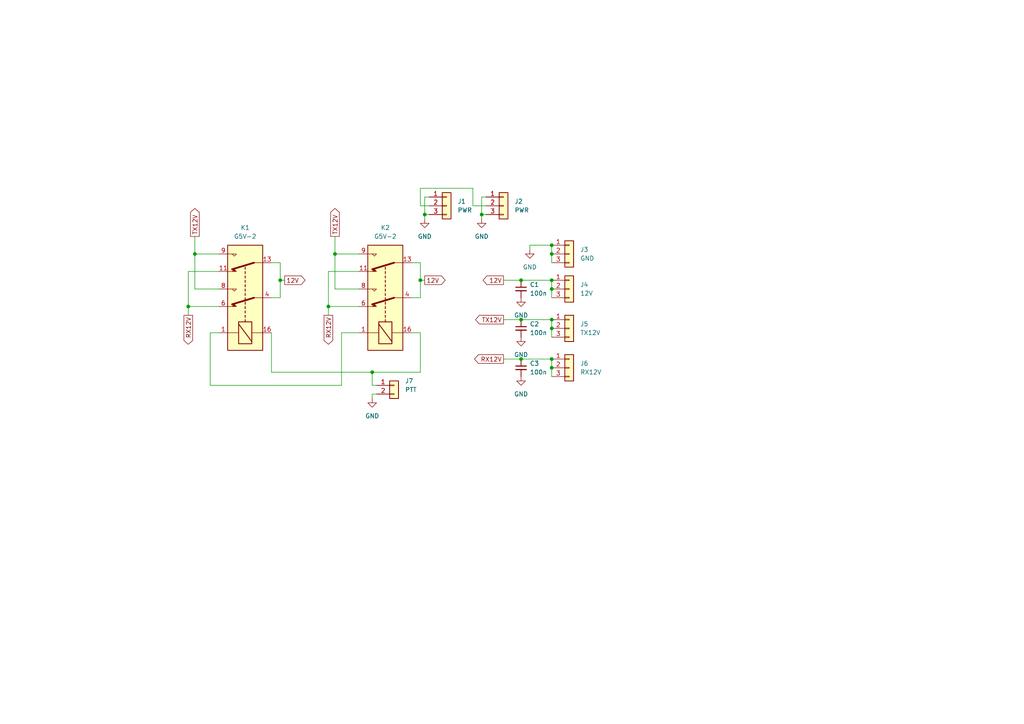
<source format=kicad_sch>
(kicad_sch (version 20211123) (generator eeschema)
  (paper "A4")
  (lib_symbols
    (symbol "Connector_Generic:Conn_01x02" (pin_names (offset 1.016) hide)
      (property "Reference" "J" (at 0 2.54 0))
      (property "Value" "Conn_01x02" (at 0 -5.08 0))
      (symbol "Conn_01x02_1_1"
        (rectangle (start -1.27 -2.413) (end 0 -2.667) (stroke (width 0.1524)))
        (rectangle (start -1.27 0.127) (end 0 -0.127) (stroke (width 0.1524)))
        (rectangle (start -1.27 1.27) (end 1.27 -3.81) (stroke (width 0.254)) (fill (type background)))
        (pin passive line (at -5.08 0 0) (length 3.81) (name "Pin_1") (number "1"))
        (pin passive line (at -5.08 -2.54 0) (length 3.81) (name "Pin_2") (number "2"))
      )
    )
    (symbol "Connector_Generic:Conn_01x03" (pin_names (offset 1.016) hide)
      (property "Reference" "J" (at 0 5.08 0))
      (property "Value" "Conn_01x03" (at 0 -5.08 0))
      (symbol "Conn_01x03_1_1"
        (rectangle (start -1.27 -2.413) (end 0 -2.667) (stroke (width 0.1524)))
        (rectangle (start -1.27 0.127) (end 0 -0.127) (stroke (width 0.1524)))
        (rectangle (start -1.27 2.667) (end 0 2.413) (stroke (width 0.1524)))
        (rectangle (start -1.27 3.81) (end 1.27 -3.81) (stroke (width 0.254)) (fill (type background)))
        (pin passive line (at -5.08 2.54 0) (length 3.81) (name "Pin_1") (number "1"))
        (pin passive line (at -5.08 0 0) (length 3.81) (name "Pin_2") (number "2"))
        (pin passive line (at -5.08 -2.54 0) (length 3.81) (name "Pin_3") (number "3"))
      )
    )
    (symbol "Device:C_Small" (pin_numbers hide) (pin_names (offset 0.254) hide)
      (property "Reference" "C" (at 0.254 1.778 0))
      (property "Value" "C_Small" (at 0.254 -2.032 0))
      (symbol "C_Small_0_1"
        (polyline (pts (xy -1.524 -0.508) (xy 1.524 -0.508)) (stroke (width 0.3302)))
        (polyline (pts (xy -1.524 0.508) (xy 1.524 0.508)) (stroke (width 0.3048)))
      )
      (symbol "C_Small_1_1"
        (pin passive line (at 0 2.54 270) (length 2.032) (name "~") (number "1"))
        (pin passive line (at 0 -2.54 90) (length 2.032) (name "~") (number "2"))
      )
    )
    (symbol "Relay:G5V-2"
      (property "Reference" "K" (at 16.51 3.81 0))
      (property "Value" "G5V-2" (at 16.51 1.27 0))
      (symbol "G5V-2_0_1"
        (rectangle (start -15.24 5.08) (end 15.24 -5.08) (stroke (width 0.254)) (fill (type background)))
        (rectangle (start -13.335 1.905) (end -6.985 -1.905) (stroke (width 0.254)))
        (polyline (pts (xy -12.7 -1.905) (xy -7.62 1.905)) (stroke (width 0.254)))
        (polyline (pts (xy -10.16 -5.08) (xy -10.16 -1.905)))
        (polyline (pts (xy -10.16 5.08) (xy -10.16 1.905)))
        (polyline (pts (xy -6.985 0) (xy -6.35 0)) (stroke (width 0.254)))
        (polyline (pts (xy -5.715 0) (xy -5.08 0)) (stroke (width 0.254)))
        (polyline (pts (xy -4.445 0) (xy -3.81 0)) (stroke (width 0.254)))
        (polyline (pts (xy -3.175 0) (xy -2.54 0)) (stroke (width 0.254)))
        (polyline (pts (xy -1.905 0) (xy -1.27 0)) (stroke (width 0.254)))
        (polyline (pts (xy -0.635 0) (xy 0 0)) (stroke (width 0.254)))
        (polyline (pts (xy 0 -2.54) (xy -1.905 3.81)) (stroke (width 0.508)))
        (polyline (pts (xy 0 -2.54) (xy 0 -5.08)))
        (polyline (pts (xy 0.635 0) (xy 1.27 0)) (stroke (width 0.254)))
        (polyline (pts (xy 1.905 0) (xy 2.54 0)) (stroke (width 0.254)))
        (polyline (pts (xy 3.175 0) (xy 3.81 0)) (stroke (width 0.254)))
        (polyline (pts (xy 4.445 0) (xy 5.08 0)) (stroke (width 0.254)))
        (polyline (pts (xy 5.715 0) (xy 6.35 0)) (stroke (width 0.254)))
        (polyline (pts (xy 6.985 0) (xy 7.62 0)) (stroke (width 0.254)))
        (polyline (pts (xy 8.255 0) (xy 8.89 0)) (stroke (width 0.254)))
        (polyline (pts (xy 10.16 -2.54) (xy 8.255 3.81)) (stroke (width 0.508)))
        (polyline (pts (xy 10.16 -2.54) (xy 10.16 -5.08)))
        (polyline (pts (xy -2.54 5.08) (xy -2.54 2.54) (xy -1.905 3.175) (xy -2.54 3.81)) (fill (type outline)))
        (polyline (pts (xy 2.54 5.08) (xy 2.54 2.54) (xy 1.905 3.175) (xy 2.54 3.81)))
        (polyline (pts (xy 7.62 5.08) (xy 7.62 2.54) (xy 8.255 3.175) (xy 7.62 3.81)) (fill (type outline)))
        (polyline (pts (xy 12.7 5.08) (xy 12.7 2.54) (xy 12.065 3.175) (xy 12.7 3.81)))
      )
      (symbol "G5V-2_1_1"
        (pin passive line (at -10.16 7.62 270) (length 2.54) (name "~") (number "1"))
        (pin passive line (at 7.62 7.62 270) (length 2.54) (name "~") (number "11"))
        (pin passive line (at 10.16 -7.62 90) (length 2.54) (name "~") (number "13"))
        (pin passive line (at -10.16 -7.62 90) (length 2.54) (name "~") (number "16"))
        (pin passive line (at 0 -7.62 90) (length 2.54) (name "~") (number "4"))
        (pin passive line (at -2.54 7.62 270) (length 2.54) (name "~") (number "6"))
        (pin passive line (at 2.54 7.62 270) (length 2.54) (name "~") (number "8"))
        (pin passive line (at 12.7 7.62 270) (length 2.54) (name "~") (number "9"))
      )
    )
    (symbol "power:GND" (power) (pin_names (offset 0))
      (property "Value" "GND" (at 0 -3.81 0))
      (symbol "GND_0_1"
        (polyline (pts (xy 0 0) (xy 0 -1.27) (xy 1.27 -1.27) (xy 0 -2.54) (xy -1.27 -1.27) (xy 0 -1.27)))
      )
      (symbol "GND_1_1"
        (pin power_in line (at 0 0 270) (length 0) hide (name "GND") (number "1"))
      )
    )
  )
  (junction (at 107.95 107.95))
  (junction (at 97.155 73.66))
  (junction (at 151.13 104.14))
  (junction (at 151.13 81.28))
  (junction (at 95.25 88.9))
  (junction (at 160.02 71.12))
  (junction (at 160.02 92.71))
  (junction (at 56.515 73.66))
  (junction (at 160.02 95.25))
  (junction (at 160.02 81.28))
  (junction (at 123.19 62.23))
  (junction (at 160.02 83.82))
  (junction (at 160.02 104.14))
  (junction (at 81.28 81.28))
  (junction (at 151.13 92.71))
  (junction (at 139.7 62.23))
  (junction (at 121.92 81.28))
  (junction (at 160.02 106.68))
  (junction (at 54.61 88.9))
  (junction (at 160.02 73.66))
  (wire (pts (xy 104.14 78.74) (xy 95.25 78.74)))
  (wire (pts (xy 56.515 73.66) (xy 63.5 73.66)))
  (wire (pts (xy 140.97 57.15) (xy 139.7 57.15)))
  (wire (pts (xy 121.92 76.2) (xy 121.92 81.28)))
  (wire (pts (xy 107.95 107.95) (xy 107.95 111.76)))
  (wire (pts (xy 81.28 76.2) (xy 81.28 81.28)))
  (wire (pts (xy 97.155 83.82) (xy 97.155 73.66)))
  (wire (pts (xy 160.02 92.71) (xy 160.02 95.25)))
  (wire (pts (xy 140.97 62.23) (xy 139.7 62.23)))
  (wire (pts (xy 160.02 73.66) (xy 160.02 76.2)))
  (wire (pts (xy 124.46 57.15) (xy 123.19 57.15)))
  (wire (pts (xy 137.16 54.61) (xy 121.92 54.61)))
  (wire (pts (xy 151.13 81.28) (xy 160.02 81.28)))
  (wire (pts (xy 153.67 71.12) (xy 153.67 72.39)))
  (wire (pts (xy 139.7 57.15) (xy 139.7 62.23)))
  (wire (pts (xy 160.02 71.12) (xy 160.02 73.66)))
  (wire (pts (xy 119.38 86.36) (xy 121.92 86.36)))
  (wire (pts (xy 121.92 107.95) (xy 121.92 96.52)))
  (wire (pts (xy 104.14 96.52) (xy 99.06 96.52)))
  (wire (pts (xy 107.95 111.76) (xy 109.22 111.76)))
  (wire (pts (xy 160.02 104.14) (xy 160.02 106.68)))
  (wire (pts (xy 78.74 86.36) (xy 81.28 86.36)))
  (wire (pts (xy 99.06 96.52) (xy 99.06 111.76)))
  (wire (pts (xy 123.19 62.23) (xy 123.19 63.5)))
  (wire (pts (xy 146.05 81.28) (xy 151.13 81.28)))
  (wire (pts (xy 137.16 59.69) (xy 137.16 54.61)))
  (wire (pts (xy 160.02 83.82) (xy 160.02 86.36)))
  (wire (pts (xy 97.155 73.66) (xy 97.155 68.58)))
  (wire (pts (xy 63.5 88.9) (xy 54.61 88.9)))
  (wire (pts (xy 63.5 83.82) (xy 56.515 83.82)))
  (wire (pts (xy 160.02 95.25) (xy 160.02 97.79)))
  (wire (pts (xy 121.92 81.28) (xy 121.92 86.36)))
  (wire (pts (xy 160.02 71.12) (xy 153.67 71.12)))
  (wire (pts (xy 56.515 83.82) (xy 56.515 73.66)))
  (wire (pts (xy 56.515 73.66) (xy 56.515 68.58)))
  (wire (pts (xy 99.06 111.76) (xy 60.96 111.76)))
  (wire (pts (xy 123.19 81.28) (xy 121.92 81.28)))
  (wire (pts (xy 139.7 62.23) (xy 139.7 63.5)))
  (wire (pts (xy 146.05 92.71) (xy 151.13 92.71)))
  (wire (pts (xy 107.95 107.95) (xy 121.92 107.95)))
  (wire (pts (xy 123.19 57.15) (xy 123.19 62.23)))
  (wire (pts (xy 119.38 76.2) (xy 121.92 76.2)))
  (wire (pts (xy 78.74 107.95) (xy 107.95 107.95)))
  (wire (pts (xy 95.25 88.9) (xy 95.25 91.44)))
  (wire (pts (xy 146.05 104.14) (xy 151.13 104.14)))
  (wire (pts (xy 78.74 96.52) (xy 78.74 107.95)))
  (wire (pts (xy 124.46 62.23) (xy 123.19 62.23)))
  (wire (pts (xy 82.55 81.28) (xy 81.28 81.28)))
  (wire (pts (xy 140.97 59.69) (xy 137.16 59.69)))
  (wire (pts (xy 60.96 96.52) (xy 63.5 96.52)))
  (wire (pts (xy 63.5 78.74) (xy 54.61 78.74)))
  (wire (pts (xy 54.61 78.74) (xy 54.61 88.9)))
  (wire (pts (xy 151.13 92.71) (xy 160.02 92.71)))
  (wire (pts (xy 104.14 88.9) (xy 95.25 88.9)))
  (wire (pts (xy 160.02 81.28) (xy 160.02 83.82)))
  (wire (pts (xy 60.96 111.76) (xy 60.96 96.52)))
  (wire (pts (xy 81.28 81.28) (xy 81.28 86.36)))
  (wire (pts (xy 151.13 104.14) (xy 160.02 104.14)))
  (wire (pts (xy 121.92 59.69) (xy 124.46 59.69)))
  (wire (pts (xy 160.02 106.68) (xy 160.02 109.22)))
  (wire (pts (xy 95.25 78.74) (xy 95.25 88.9)))
  (wire (pts (xy 121.92 54.61) (xy 121.92 59.69)))
  (wire (pts (xy 107.95 114.3) (xy 107.95 115.57)))
  (wire (pts (xy 109.22 114.3) (xy 107.95 114.3)))
  (wire (pts (xy 78.74 76.2) (xy 81.28 76.2)))
  (wire (pts (xy 104.14 83.82) (xy 97.155 83.82)))
  (wire (pts (xy 121.92 96.52) (xy 119.38 96.52)))
  (wire (pts (xy 54.61 88.9) (xy 54.61 91.44)))
  (wire (pts (xy 97.155 73.66) (xy 104.14 73.66)))
  (global_label "12V" (shape output) (at 146.05 81.28 180) (property "Intersheet References" "${INTERSHEET_REFS}" (effects hide)))
  (global_label "TX12V" (shape output) (at 97.155 68.58 90) (property "Intersheet References" "${INTERSHEET_REFS}" (effects hide)))
  (global_label "RX12V" (shape output) (at 146.05 104.14 180) (property "Intersheet References" "${INTERSHEET_REFS}" (effects hide)))
  (global_label "RX12V" (shape output) (at 95.25 91.44 270) (property "Intersheet References" "${INTERSHEET_REFS}" (effects hide)))
  (global_label "RX12V" (shape output) (at 54.61 91.44 270) (property "Intersheet References" "${INTERSHEET_REFS}" (effects hide)))
  (global_label "TX12V" (shape output) (at 146.05 92.71 180) (property "Intersheet References" "${INTERSHEET_REFS}" (effects hide)))
  (global_label "12V" (shape output) (at 123.19 81.28 0) (property "Intersheet References" "${INTERSHEET_REFS}" (effects hide)))
  (global_label "TX12V" (shape output) (at 56.515 68.58 90) (property "Intersheet References" "${INTERSHEET_REFS}" (effects hide)))
  (global_label "12V" (shape output) (at 82.55 81.28 0) (property "Intersheet References" "${INTERSHEET_REFS}" (effects hide)))
  (symbol (lib_id "Device:C_Small") (at 151.13 95.25 0) (unit 1)
    (property "Reference" "C2" (at 153.67 93.9862 0) (effects (justify left)))
    (property "Value" "100n" (at 153.67 96.5262 0) (effects (justify left)))
    (property "Footprint" "Capacitor_SMD:C_1206_3216Metric" (effects hide))
  )
  (symbol (lib_id "power:GND") (at 139.7 63.5 0) (unit 1)
    (property "Reference" "#PWR02" (effects hide))
    (property "Value" "GND" (at 139.7 68.58 0))
  )
  (symbol (lib_id "power:GND") (at 123.19 63.5 0) (unit 1)
    (property "Reference" "#PWR01" (effects hide))
    (property "Value" "GND" (at 123.19 68.58 0))
  )
  (symbol (lib_id "Relay:G5V-2") (at 111.76 86.36 90) (unit 1)
    (property "Reference" "K2" (at 111.76 66.04 90))
    (property "Value" "G5V-2" (at 111.76 68.58 90))
    (property "Footprint" "Relay_THT:Relay_DPDT_Omron_G5V-2" (effects hide))
    (property "Datasheet" "http://omronfs.omron.com/en_US/ecb/products/pdf/en-g5v_2.pdf" (effects hide))
  )
  (symbol (lib_id "Connector_Generic:Conn_01x03") (at 165.1 83.82 0) (unit 1)
    (property "Reference" "J4" (at 168.275 82.5499 0) (effects (justify left)))
    (property "Value" "12V" (at 168.275 85.0899 0) (effects (justify left)))
    (property "Footprint" "Connector_PinHeader_2.54mm:PinHeader_1x03_P2.54mm_Vertical" (effects hide))
  )
  (symbol (lib_id "Connector_Generic:Conn_01x03") (at 165.1 73.66 0) (unit 1)
    (property "Reference" "J3" (at 168.275 72.3899 0) (effects (justify left)))
    (property "Value" "GND" (at 168.275 74.9299 0) (effects (justify left)))
    (property "Footprint" "Connector_PinHeader_2.54mm:PinHeader_1x03_P2.54mm_Vertical" (effects hide))
  )
  (symbol (lib_id "Connector_Generic:Conn_01x03") (at 129.54 59.69 0) (unit 1)
    (property "Reference" "J1" (at 132.715 58.4199 0) (effects (justify left)))
    (property "Value" "PWR" (at 132.715 60.9599 0) (effects (justify left)))
    (property "Footprint" "Connector_PinHeader_2.54mm:PinHeader_1x03_P2.54mm_Vertical" (effects hide))
  )
  (symbol (lib_id "Connector_Generic:Conn_01x02") (at 114.3 111.76 0) (unit 1)
    (property "Reference" "J7" (at 117.475 110.4899 0) (effects (justify left)))
    (property "Value" "PTT" (at 117.475 113.0299 0) (effects (justify left)))
    (property "Footprint" "Connector_PinHeader_2.54mm:PinHeader_1x02_P2.54mm_Vertical" (effects hide))
  )
  (symbol (lib_id "power:GND") (at 151.13 109.22 0) (unit 1)
    (property "Reference" "#PWR06" (effects hide))
    (property "Value" "GND" (at 151.13 114.3 0))
  )
  (symbol (lib_id "Device:C_Small") (at 151.13 106.68 0) (unit 1)
    (property "Reference" "C3" (at 153.67 105.4162 0) (effects (justify left)))
    (property "Value" "100n" (at 153.67 107.9562 0) (effects (justify left)))
    (property "Footprint" "Capacitor_SMD:C_1206_3216Metric" (effects hide))
  )
  (symbol (lib_id "Connector_Generic:Conn_01x03") (at 146.05 59.69 0) (unit 1)
    (property "Reference" "J2" (at 149.225 58.4199 0) (effects (justify left)))
    (property "Value" "PWR" (at 149.225 60.9599 0) (effects (justify left)))
    (property "Footprint" "Connector_PinHeader_2.54mm:PinHeader_1x03_P2.54mm_Vertical" (effects hide))
  )
  (symbol (lib_id "Connector_Generic:Conn_01x03") (at 165.1 106.68 0) (unit 1)
    (property "Reference" "J6" (at 168.275 105.4099 0) (effects (justify left)))
    (property "Value" "RX12V" (at 168.275 107.9499 0) (effects (justify left)))
    (property "Footprint" "Connector_PinHeader_2.54mm:PinHeader_1x03_P2.54mm_Vertical" (effects hide))
  )
  (symbol (lib_id "Connector_Generic:Conn_01x03") (at 165.1 95.25 0) (unit 1)
    (property "Reference" "J5" (at 168.275 93.9799 0) (effects (justify left)))
    (property "Value" "TX12V" (at 168.275 96.5199 0) (effects (justify left)))
    (property "Footprint" "Connector_PinHeader_2.54mm:PinHeader_1x03_P2.54mm_Vertical" (effects hide))
  )
  (symbol (lib_id "Relay:G5V-2") (at 71.12 86.36 90) (unit 1)
    (property "Reference" "K1" (at 71.12 66.04 90))
    (property "Value" "G5V-2" (at 71.12 68.58 90))
    (property "Footprint" "Relay_THT:Relay_DPDT_Omron_G5V-2" (effects hide))
    (property "Datasheet" "http://omronfs.omron.com/en_US/ecb/products/pdf/en-g5v_2.pdf" (effects hide))
  )
  (symbol (lib_id "power:GND") (at 153.67 72.39 0) (unit 1)
    (property "Reference" "#PWR03" (effects hide))
    (property "Value" "GND" (at 153.67 77.47 0))
  )
  (symbol (lib_id "power:GND") (at 151.13 97.79 0) (unit 1)
    (property "Reference" "#PWR05" (effects hide))
    (property "Value" "GND" (at 151.13 102.87 0))
  )
  (symbol (lib_id "Device:C_Small") (at 151.13 83.82 0) (unit 1)
    (property "Reference" "C1" (at 153.67 82.5562 0) (effects (justify left)))
    (property "Value" "100n" (at 153.67 85.0962 0) (effects (justify left)))
    (property "Footprint" "Capacitor_SMD:C_1206_3216Metric" (effects hide))
  )
  (symbol (lib_id "power:GND") (at 151.13 86.36 0) (unit 1)
    (property "Reference" "#PWR04" (effects hide))
    (property "Value" "GND" (at 151.13 91.44 0))
  )
  (symbol (lib_id "power:GND") (at 107.95 115.57 0) (unit 1)
    (property "Reference" "#PWR07" (effects hide))
    (property "Value" "GND" (at 107.95 120.65 0))
  )
)
</source>
